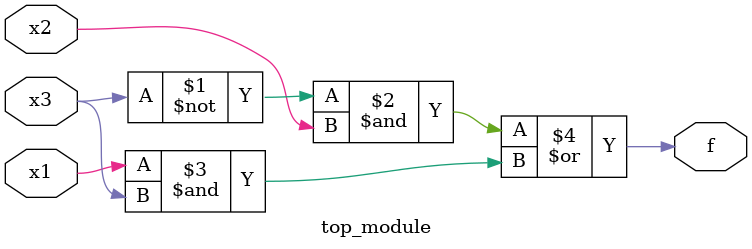
<source format=v>
module top_module(
    input x3, x2, x1,
    output f
);

    assign f = ((~x3)&x2)|(x1&x3); 


endmodule
</source>
